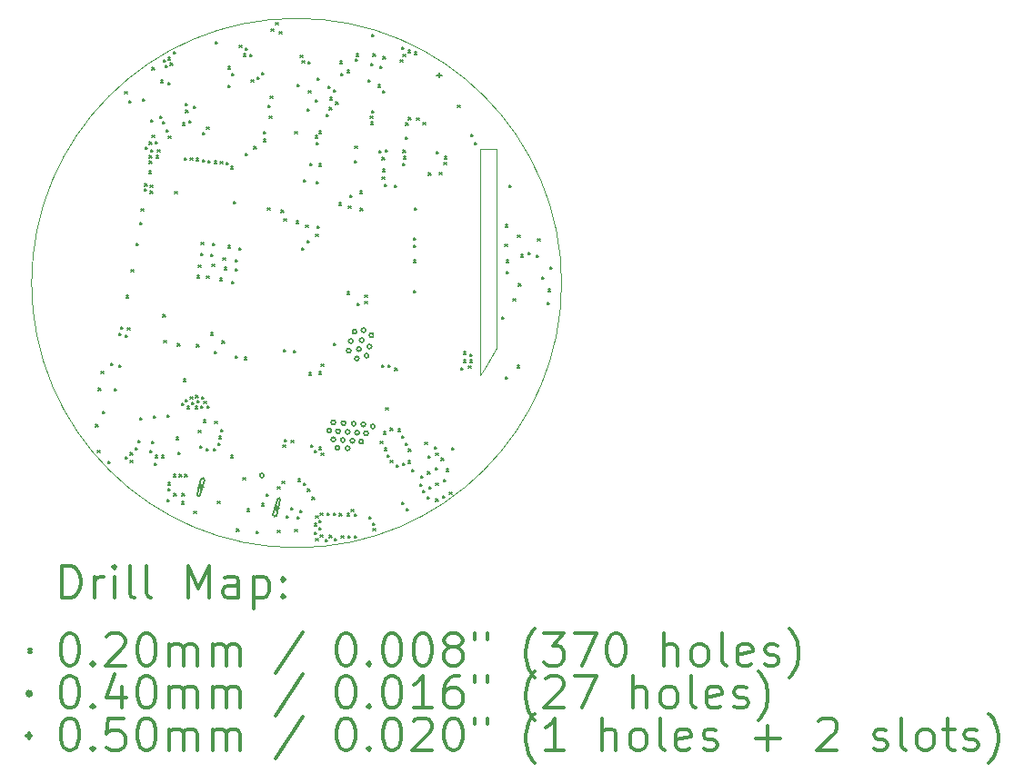
<source format=gbr>
%FSLAX45Y45*%
G04 Gerber Fmt 4.5, Leading zero omitted, Abs format (unit mm)*
G04 Created by KiCad (PCBNEW 5.1.7-a382d34a8~88~ubuntu18.04.1) date 2021-05-17 19:46:49*
%MOMM*%
%LPD*%
G01*
G04 APERTURE LIST*
%TA.AperFunction,Profile*%
%ADD10C,0.050000*%
%TD*%
%ADD11C,0.200000*%
%ADD12C,0.300000*%
G04 APERTURE END LIST*
D10*
X14630400Y-10394950D02*
X14674850Y-10318750D01*
X14630400Y-8293100D02*
X14630400Y-10394950D01*
X14776450Y-8293100D02*
X14630400Y-8293100D01*
X14776450Y-10140950D02*
X14776450Y-8293100D01*
X14674850Y-10318750D02*
X14776450Y-10140950D01*
X15384335Y-9539986D02*
G75*
G03*
X15384335Y-9539986I-2466911J0D01*
G01*
D11*
X11049160Y-10858660D02*
X11069160Y-10878660D01*
X11069160Y-10858660D02*
X11049160Y-10878660D01*
X11064400Y-11099960D02*
X11084400Y-11119960D01*
X11084400Y-11099960D02*
X11064400Y-11119960D01*
X11072020Y-10519570D02*
X11092020Y-10539570D01*
X11092020Y-10519570D02*
X11072020Y-10539570D01*
X11099960Y-10362090D02*
X11119960Y-10382090D01*
X11119960Y-10362090D02*
X11099960Y-10382090D01*
X11110120Y-10736740D02*
X11130120Y-10756740D01*
X11130120Y-10736740D02*
X11110120Y-10756740D01*
X11160920Y-11201560D02*
X11180920Y-11221560D01*
X11180920Y-11201560D02*
X11160920Y-11221560D01*
X11185050Y-10289700D02*
X11205050Y-10309700D01*
X11205050Y-10289700D02*
X11185050Y-10309700D01*
X11221880Y-10525920D02*
X11241880Y-10545920D01*
X11241880Y-10525920D02*
X11221880Y-10545920D01*
X11261250Y-10010300D02*
X11281250Y-10030300D01*
X11281250Y-10010300D02*
X11261250Y-10030300D01*
X11261250Y-10302400D02*
X11281250Y-10322400D01*
X11281250Y-10302400D02*
X11261250Y-10322400D01*
X11280300Y-9946800D02*
X11300300Y-9966800D01*
X11300300Y-9946800D02*
X11280300Y-9966800D01*
X11318400Y-7753510D02*
X11338400Y-7773510D01*
X11338400Y-7753510D02*
X11318400Y-7773510D01*
X11324750Y-10023000D02*
X11344750Y-10043000D01*
X11344750Y-10023000D02*
X11324750Y-10043000D01*
X11324750Y-11159650D02*
X11344750Y-11179650D01*
X11344750Y-11159650D02*
X11324750Y-11179650D01*
X11329830Y-9657240D02*
X11349830Y-9677240D01*
X11349830Y-9657240D02*
X11329830Y-9677240D01*
X11343800Y-9959500D02*
X11363800Y-9979500D01*
X11363800Y-9959500D02*
X11343800Y-9979500D01*
X11356500Y-7838600D02*
X11376500Y-7858600D01*
X11376500Y-7838600D02*
X11356500Y-7858600D01*
X11369200Y-11121550D02*
X11389200Y-11141550D01*
X11389200Y-11121550D02*
X11369200Y-11141550D01*
X11369200Y-11191400D02*
X11389200Y-11211400D01*
X11389200Y-11191400D02*
X11369200Y-11211400D01*
X11376820Y-9417210D02*
X11396820Y-9437210D01*
X11396820Y-9417210D02*
X11376820Y-9437210D01*
X11413650Y-11077100D02*
X11433650Y-11097100D01*
X11433650Y-11077100D02*
X11413650Y-11097100D01*
X11425080Y-9168290D02*
X11445080Y-9188290D01*
X11445080Y-9168290D02*
X11425080Y-9188290D01*
X11439050Y-11007250D02*
X11459050Y-11027250D01*
X11459050Y-11007250D02*
X11439050Y-11027250D01*
X11458100Y-10797700D02*
X11478100Y-10817700D01*
X11478100Y-10797700D02*
X11458100Y-10817700D01*
X11459370Y-8973980D02*
X11479370Y-8993980D01*
X11479370Y-8973980D02*
X11459370Y-8993980D01*
X11470800Y-8849520D02*
X11490800Y-8869520D01*
X11490800Y-8849520D02*
X11470800Y-8869520D01*
X11483500Y-7822090D02*
X11503500Y-7842090D01*
X11503500Y-7822090D02*
X11483500Y-7842090D01*
X11498740Y-8664100D02*
X11518740Y-8684100D01*
X11518740Y-8664100D02*
X11498740Y-8684100D01*
X11503820Y-8615840D02*
X11523820Y-8635840D01*
X11523820Y-8615840D02*
X11503820Y-8635840D01*
X11508900Y-8270400D02*
X11528900Y-8290400D01*
X11528900Y-8270400D02*
X11508900Y-8290400D01*
X11543190Y-8495190D02*
X11563190Y-8515190D01*
X11563190Y-8495190D02*
X11543190Y-8515190D01*
X11547000Y-8225950D02*
X11567000Y-8245950D01*
X11567000Y-8225950D02*
X11547000Y-8245950D01*
X11547000Y-8351680D02*
X11567000Y-8371680D01*
X11567000Y-8351680D02*
X11547000Y-8371680D01*
X11547000Y-8403750D02*
X11567000Y-8423750D01*
X11567000Y-8403750D02*
X11547000Y-8423750D01*
X11553350Y-11102500D02*
X11573350Y-11122500D01*
X11573350Y-11102500D02*
X11553350Y-11122500D01*
X11554620Y-8681880D02*
X11574620Y-8701880D01*
X11574620Y-8681880D02*
X11554620Y-8701880D01*
X11557160Y-8628540D02*
X11577160Y-8648540D01*
X11577160Y-8628540D02*
X11557160Y-8648540D01*
X11559700Y-8016400D02*
X11579700Y-8036400D01*
X11579700Y-8016400D02*
X11559700Y-8036400D01*
X11562240Y-8298340D02*
X11582240Y-8318340D01*
X11582240Y-8298340D02*
X11562240Y-8318340D01*
X11566050Y-11013600D02*
X11586050Y-11033600D01*
X11586050Y-11013600D02*
X11566050Y-11033600D01*
X11572400Y-7529990D02*
X11592400Y-7549990D01*
X11592400Y-7529990D02*
X11572400Y-7549990D01*
X11572400Y-8162450D02*
X11592400Y-8182450D01*
X11592400Y-8162450D02*
X11572400Y-8182450D01*
X11584277Y-10777827D02*
X11604277Y-10797827D01*
X11604277Y-10777827D02*
X11584277Y-10797827D01*
X11591450Y-11216800D02*
X11611450Y-11236800D01*
X11611450Y-11216800D02*
X11591450Y-11236800D01*
X11604150Y-8219600D02*
X11624150Y-8239600D01*
X11624150Y-8219600D02*
X11604150Y-8239600D01*
X11604150Y-11146950D02*
X11624150Y-11166950D01*
X11624150Y-11146950D02*
X11604150Y-11166950D01*
X11613040Y-8351680D02*
X11633040Y-8371680D01*
X11633040Y-8351680D02*
X11613040Y-8371680D01*
X11623200Y-8295800D02*
X11643200Y-8315800D01*
X11643200Y-8295800D02*
X11623200Y-8315800D01*
X11643520Y-7985920D02*
X11663520Y-8005920D01*
X11663520Y-7985920D02*
X11643520Y-8005920D01*
X11653680Y-7650640D02*
X11673680Y-7670640D01*
X11673680Y-7650640D02*
X11653680Y-7670640D01*
X11661300Y-11146950D02*
X11681300Y-11166950D01*
X11681300Y-11146950D02*
X11661300Y-11166950D01*
X11668920Y-8036720D02*
X11688920Y-8056720D01*
X11688920Y-8036720D02*
X11668920Y-8056720D01*
X11674000Y-9835040D02*
X11694000Y-9855040D01*
X11694000Y-9835040D02*
X11674000Y-9855040D01*
X11676512Y-7461624D02*
X11696512Y-7481624D01*
X11696512Y-7461624D02*
X11676512Y-7481624D01*
X11681620Y-10075070D02*
X11701620Y-10095070D01*
X11701620Y-10075070D02*
X11681620Y-10095070D01*
X11696122Y-7510903D02*
X11716122Y-7530903D01*
X11716122Y-7510903D02*
X11696122Y-7530903D01*
X11705750Y-8111650D02*
X11725750Y-8131650D01*
X11725750Y-8111650D02*
X11705750Y-8131650D01*
X11712100Y-11559700D02*
X11732100Y-11579700D01*
X11732100Y-11559700D02*
X11712100Y-11579700D01*
X11713370Y-10768490D02*
X11733370Y-10788490D01*
X11733370Y-10768490D02*
X11713370Y-10788490D01*
X11718450Y-11400950D02*
X11738450Y-11420950D01*
X11738450Y-11400950D02*
X11718450Y-11420950D01*
X11718450Y-11458100D02*
X11738450Y-11478100D01*
X11738450Y-11458100D02*
X11718450Y-11478100D01*
X11719720Y-7670960D02*
X11739720Y-7690960D01*
X11739720Y-7670960D02*
X11719720Y-7690960D01*
X11722818Y-7437175D02*
X11742818Y-7457175D01*
X11742818Y-7437175D02*
X11722818Y-7457175D01*
X11724800Y-8168800D02*
X11744800Y-8188800D01*
X11744800Y-8168800D02*
X11724800Y-8188800D01*
X11742648Y-7488984D02*
X11762648Y-7508984D01*
X11762648Y-7488984D02*
X11742648Y-7508984D01*
X11769218Y-7384672D02*
X11789218Y-7404672D01*
X11789218Y-7384672D02*
X11769218Y-7404672D01*
X11769250Y-11324750D02*
X11789250Y-11344750D01*
X11789250Y-11324750D02*
X11769250Y-11344750D01*
X11775600Y-11502550D02*
X11795600Y-11522550D01*
X11795600Y-11502550D02*
X11775600Y-11522550D01*
X11785760Y-8686960D02*
X11805760Y-8706960D01*
X11805760Y-8686960D02*
X11785760Y-8706960D01*
X11795920Y-10978040D02*
X11815920Y-10998040D01*
X11815920Y-10978040D02*
X11795920Y-10998040D01*
X11808620Y-10104280D02*
X11828620Y-10124280D01*
X11828620Y-10104280D02*
X11808620Y-10124280D01*
X11813700Y-11115200D02*
X11833700Y-11135200D01*
X11833700Y-11115200D02*
X11813700Y-11135200D01*
X11826400Y-11324750D02*
X11846400Y-11344750D01*
X11846400Y-11324750D02*
X11826400Y-11344750D01*
X11845450Y-10658000D02*
X11865450Y-10678000D01*
X11865450Y-10658000D02*
X11845450Y-10678000D01*
X11845450Y-11578750D02*
X11865450Y-11598750D01*
X11865450Y-11578750D02*
X11845450Y-11598750D01*
X11851800Y-11502550D02*
X11871800Y-11522550D01*
X11871800Y-11502550D02*
X11851800Y-11522550D01*
X11858150Y-8048150D02*
X11878150Y-8068150D01*
X11878150Y-8048150D02*
X11858150Y-8068150D01*
X11867040Y-10434480D02*
X11887040Y-10454480D01*
X11887040Y-10434480D02*
X11867040Y-10454480D01*
X11870850Y-8372000D02*
X11890850Y-8392000D01*
X11890850Y-8372000D02*
X11870850Y-8392000D01*
X11877200Y-11324750D02*
X11897200Y-11344750D01*
X11897200Y-11324750D02*
X11877200Y-11344750D01*
X11882793Y-7866828D02*
X11902793Y-7886828D01*
X11902793Y-7866828D02*
X11882793Y-7886828D01*
X11883550Y-10626250D02*
X11903550Y-10646250D01*
X11903550Y-10626250D02*
X11883550Y-10646250D01*
X11885797Y-7930307D02*
X11905797Y-7950307D01*
X11905797Y-7930307D02*
X11885797Y-7950307D01*
X11896250Y-10689750D02*
X11916250Y-10709750D01*
X11916250Y-10689750D02*
X11896250Y-10709750D01*
X11915300Y-8029100D02*
X11935300Y-8049100D01*
X11935300Y-8029100D02*
X11915300Y-8049100D01*
X11928000Y-8372000D02*
X11948000Y-8392000D01*
X11948000Y-8372000D02*
X11928000Y-8392000D01*
X11928000Y-10600850D02*
X11948000Y-10620850D01*
X11948000Y-10600850D02*
X11928000Y-10620850D01*
X11940700Y-10651650D02*
X11960700Y-10671650D01*
X11960700Y-10651650D02*
X11940700Y-10671650D01*
X11956077Y-7888463D02*
X11976077Y-7908463D01*
X11976077Y-7888463D02*
X11956077Y-7908463D01*
X11963560Y-11668920D02*
X11983560Y-11688920D01*
X11983560Y-11668920D02*
X11963560Y-11688920D01*
X11972450Y-10689750D02*
X11992450Y-10709750D01*
X11992450Y-10689750D02*
X11972450Y-10709750D01*
X11978800Y-10588150D02*
X11998800Y-10608150D01*
X11998800Y-10588150D02*
X11978800Y-10608150D01*
X11985150Y-8378350D02*
X12005150Y-8398350D01*
X12005150Y-8378350D02*
X11985150Y-8398350D01*
X11986420Y-10114440D02*
X12006420Y-10134440D01*
X12006420Y-10114440D02*
X11986420Y-10134440D01*
X11991500Y-9470550D02*
X12011500Y-9490550D01*
X12011500Y-9470550D02*
X11991500Y-9490550D01*
X11991500Y-10632600D02*
X12011500Y-10652600D01*
X12011500Y-10632600D02*
X11991500Y-10652600D01*
X12004200Y-9375300D02*
X12024200Y-9395300D01*
X12024200Y-9375300D02*
X12004200Y-9395300D01*
X12004200Y-10912000D02*
X12024200Y-10932000D01*
X12024200Y-10912000D02*
X12004200Y-10932000D01*
X12019440Y-11059320D02*
X12039440Y-11079320D01*
X12039440Y-11059320D02*
X12019440Y-11079320D01*
X12023250Y-9261000D02*
X12043250Y-9281000D01*
X12043250Y-9261000D02*
X12023250Y-9281000D01*
X12023250Y-10683400D02*
X12043250Y-10703400D01*
X12043250Y-10683400D02*
X12023250Y-10703400D01*
X12029600Y-9159400D02*
X12049600Y-9179400D01*
X12049600Y-9159400D02*
X12029600Y-9179400D01*
X12035950Y-10600850D02*
X12055950Y-10620850D01*
X12055950Y-10600850D02*
X12035950Y-10620850D01*
X12042300Y-8137050D02*
X12062300Y-8157050D01*
X12062300Y-8137050D02*
X12042300Y-8157050D01*
X12042300Y-8391050D02*
X12062300Y-8411050D01*
X12062300Y-8391050D02*
X12042300Y-8411050D01*
X12049920Y-10815480D02*
X12069920Y-10835480D01*
X12069920Y-10815480D02*
X12049920Y-10835480D01*
X12055000Y-10645300D02*
X12075000Y-10665300D01*
X12075000Y-10645300D02*
X12055000Y-10665300D01*
X12075320Y-11084720D02*
X12095320Y-11104720D01*
X12095320Y-11084720D02*
X12075320Y-11104720D01*
X12080400Y-8086250D02*
X12100400Y-8106250D01*
X12100400Y-8086250D02*
X12080400Y-8106250D01*
X12080400Y-9476900D02*
X12100400Y-9496900D01*
X12100400Y-9476900D02*
X12080400Y-9496900D01*
X12086750Y-10683400D02*
X12106750Y-10703400D01*
X12106750Y-10683400D02*
X12086750Y-10703400D01*
X12093100Y-8397400D02*
X12113100Y-8417400D01*
X12113100Y-8397400D02*
X12093100Y-8417400D01*
X12118500Y-9273700D02*
X12138500Y-9293700D01*
X12138500Y-9273700D02*
X12118500Y-9293700D01*
X12120524Y-10003196D02*
X12140524Y-10023196D01*
X12140524Y-10003196D02*
X12120524Y-10023196D01*
X12131200Y-9362600D02*
X12151200Y-9382600D01*
X12151200Y-9362600D02*
X12131200Y-9382600D01*
X12137550Y-9172100D02*
X12157550Y-9192100D01*
X12157550Y-9172100D02*
X12137550Y-9192100D01*
X12146440Y-11084720D02*
X12166440Y-11104720D01*
X12166440Y-11084720D02*
X12146440Y-11104720D01*
X12150250Y-8403750D02*
X12170250Y-8423750D01*
X12170250Y-8403750D02*
X12150250Y-8423750D01*
X12152790Y-10177940D02*
X12172790Y-10197940D01*
X12172790Y-10177940D02*
X12152790Y-10197940D01*
X12156600Y-10830720D02*
X12176600Y-10850720D01*
X12176600Y-10830720D02*
X12156600Y-10850720D01*
X12158637Y-7289409D02*
X12178637Y-7309409D01*
X12178637Y-7289409D02*
X12158637Y-7309409D01*
X12182000Y-11573670D02*
X12202000Y-11593670D01*
X12202000Y-11573670D02*
X12182000Y-11593670D01*
X12187080Y-11033920D02*
X12207080Y-11053920D01*
X12207080Y-11033920D02*
X12187080Y-11053920D01*
X12197240Y-10967880D02*
X12217240Y-10987880D01*
X12217240Y-10967880D02*
X12197240Y-10987880D01*
X12201050Y-9495950D02*
X12221050Y-9515950D01*
X12221050Y-9495950D02*
X12201050Y-9515950D01*
X12207400Y-8410100D02*
X12227400Y-8430100D01*
X12227400Y-8410100D02*
X12207400Y-8430100D01*
X12212480Y-10906920D02*
X12232480Y-10926920D01*
X12232480Y-10906920D02*
X12212480Y-10926920D01*
X12225771Y-10080829D02*
X12245771Y-10100829D01*
X12245771Y-10080829D02*
X12225771Y-10100829D01*
X12232800Y-9305450D02*
X12252800Y-9325450D01*
X12252800Y-9305450D02*
X12232800Y-9325450D01*
X12245500Y-9394350D02*
X12265500Y-9414350D01*
X12265500Y-9394350D02*
X12245500Y-9414350D01*
X12264550Y-8416450D02*
X12284550Y-8436450D01*
X12284550Y-8416450D02*
X12264550Y-8436450D01*
X12277250Y-9191150D02*
X12297250Y-9211150D01*
X12297250Y-9191150D02*
X12277250Y-9211150D01*
X12278520Y-7695090D02*
X12298520Y-7715090D01*
X12298520Y-7695090D02*
X12278520Y-7715090D01*
X12281103Y-7523466D02*
X12301103Y-7543466D01*
X12301103Y-7523466D02*
X12281103Y-7543466D01*
X12302650Y-8454550D02*
X12322650Y-8474550D01*
X12322650Y-8454550D02*
X12302650Y-8474550D01*
X12302650Y-11146950D02*
X12322650Y-11166950D01*
X12322650Y-11146950D02*
X12302650Y-11166950D01*
X12312162Y-7587041D02*
X12332162Y-7607041D01*
X12332162Y-7587041D02*
X12312162Y-7607041D01*
X12315350Y-9527700D02*
X12335350Y-9547700D01*
X12335350Y-9527700D02*
X12315350Y-9547700D01*
X12329320Y-8778400D02*
X12349320Y-8798400D01*
X12349320Y-8778400D02*
X12329320Y-8798400D01*
X12347100Y-9324500D02*
X12367100Y-9344500D01*
X12367100Y-9324500D02*
X12347100Y-9344500D01*
X12347100Y-9407050D02*
X12367100Y-9427050D01*
X12367100Y-9407050D02*
X12347100Y-9427050D01*
X12349640Y-10219850D02*
X12369640Y-10239850D01*
X12369640Y-10219850D02*
X12349640Y-10239850D01*
X12361070Y-11831480D02*
X12381070Y-11851480D01*
X12381070Y-11831480D02*
X12361070Y-11851480D01*
X12378850Y-9210200D02*
X12398850Y-9230200D01*
X12398850Y-9210200D02*
X12378850Y-9230200D01*
X12385956Y-7323065D02*
X12405956Y-7343065D01*
X12405956Y-7323065D02*
X12385956Y-7343065D01*
X12418220Y-11356500D02*
X12438220Y-11376500D01*
X12438220Y-11356500D02*
X12418220Y-11376500D01*
X12423625Y-7403909D02*
X12443625Y-7423909D01*
X12443625Y-7403909D02*
X12423625Y-7423909D01*
X12433460Y-10231280D02*
X12453460Y-10251280D01*
X12453460Y-10231280D02*
X12433460Y-10251280D01*
X12438623Y-8328903D02*
X12458623Y-8348903D01*
X12458623Y-8328903D02*
X12438623Y-8348903D01*
X12439219Y-7349001D02*
X12459219Y-7369001D01*
X12459219Y-7349001D02*
X12439219Y-7369001D01*
X12458860Y-11644790D02*
X12478860Y-11664790D01*
X12478860Y-11644790D02*
X12458860Y-11664790D01*
X12480178Y-7409160D02*
X12500178Y-7429160D01*
X12500178Y-7409160D02*
X12480178Y-7429160D01*
X12495705Y-7644924D02*
X12515705Y-7664924D01*
X12515705Y-7644924D02*
X12495705Y-7664924D01*
X12521383Y-8269423D02*
X12541383Y-8289423D01*
X12541383Y-8269423D02*
X12521383Y-8289423D01*
X12543950Y-11851800D02*
X12563950Y-11871800D01*
X12563950Y-11851800D02*
X12543950Y-11871800D01*
X12549601Y-7619811D02*
X12569601Y-7639811D01*
X12569601Y-7619811D02*
X12549601Y-7639811D01*
X12592048Y-7580402D02*
X12612048Y-7600402D01*
X12612048Y-7580402D02*
X12592048Y-7600402D01*
X12593480Y-11595260D02*
X12613480Y-11615260D01*
X12613480Y-11595260D02*
X12593480Y-11615260D01*
X12607450Y-8130700D02*
X12627450Y-8150700D01*
X12627450Y-8130700D02*
X12607450Y-8150700D01*
X12607450Y-8200550D02*
X12627450Y-8220550D01*
X12627450Y-8200550D02*
X12607450Y-8220550D01*
X12636660Y-11505090D02*
X12656660Y-11525090D01*
X12656660Y-11505090D02*
X12636660Y-11525090D01*
X12649360Y-8839360D02*
X12669360Y-8859360D01*
X12669360Y-8839360D02*
X12649360Y-8859360D01*
X12654440Y-7884320D02*
X12674440Y-7904320D01*
X12674440Y-7884320D02*
X12654440Y-7904320D01*
X12664600Y-7985920D02*
X12684600Y-8005920D01*
X12684600Y-7985920D02*
X12664600Y-8005920D01*
X12674760Y-7797960D02*
X12694760Y-7817960D01*
X12694760Y-7797960D02*
X12674760Y-7817960D01*
X12682380Y-7173120D02*
X12702380Y-7193120D01*
X12702380Y-7173120D02*
X12682380Y-7193120D01*
X12725560Y-7110890D02*
X12745560Y-7130890D01*
X12745560Y-7110890D02*
X12725560Y-7130890D01*
X12740800Y-11439050D02*
X12760800Y-11459050D01*
X12760800Y-11439050D02*
X12740800Y-11459050D01*
X12740800Y-11844180D02*
X12760800Y-11864180D01*
X12760800Y-11844180D02*
X12740800Y-11864180D01*
X12758580Y-7197250D02*
X12778580Y-7217250D01*
X12778580Y-7197250D02*
X12758580Y-7217250D01*
X12776360Y-8859680D02*
X12796360Y-8879680D01*
X12796360Y-8859680D02*
X12776360Y-8879680D01*
X12782710Y-11388250D02*
X12802710Y-11408250D01*
X12802710Y-11388250D02*
X12782710Y-11408250D01*
X12791600Y-11049160D02*
X12811600Y-11069160D01*
X12811600Y-11049160D02*
X12791600Y-11069160D01*
X12796680Y-10162700D02*
X12816680Y-10182700D01*
X12816680Y-10162700D02*
X12796680Y-10182700D01*
X12801760Y-8940960D02*
X12821760Y-8960960D01*
X12821760Y-8940960D02*
X12801760Y-8960960D01*
X12806840Y-10998360D02*
X12826840Y-11018360D01*
X12826840Y-10998360D02*
X12806840Y-11018360D01*
X12819540Y-11710830D02*
X12839540Y-11730830D01*
X12839540Y-11710830D02*
X12819540Y-11730830D01*
X12861450Y-11632090D02*
X12881450Y-11652090D01*
X12881450Y-11632090D02*
X12861450Y-11652090D01*
X12867800Y-11008520D02*
X12887800Y-11028520D01*
X12887800Y-11008520D02*
X12867800Y-11028520D01*
X12890660Y-10170320D02*
X12910660Y-10190320D01*
X12910660Y-10170320D02*
X12890660Y-10190320D01*
X12903360Y-8128160D02*
X12923360Y-8148160D01*
X12923360Y-8128160D02*
X12903360Y-8148160D01*
X12903360Y-11839100D02*
X12923360Y-11859100D01*
X12923360Y-11839100D02*
X12903360Y-11859100D01*
X12913520Y-8961280D02*
X12933520Y-8981280D01*
X12933520Y-8961280D02*
X12913520Y-8981280D01*
X12923680Y-7686200D02*
X12943680Y-7706200D01*
X12943680Y-7686200D02*
X12923680Y-7706200D01*
X12924950Y-11719720D02*
X12944950Y-11739720D01*
X12944950Y-11719720D02*
X12924950Y-11739720D01*
X12933840Y-11367930D02*
X12953840Y-11387930D01*
X12953840Y-11367930D02*
X12933840Y-11387930D01*
X12947810Y-11658760D02*
X12967810Y-11678760D01*
X12967810Y-11658760D02*
X12947810Y-11678760D01*
X12951620Y-7415690D02*
X12971620Y-7435690D01*
X12971620Y-7415690D02*
X12951620Y-7435690D01*
X12964320Y-9210200D02*
X12984320Y-9230200D01*
X12984320Y-9210200D02*
X12964320Y-9230200D01*
X12968130Y-7466490D02*
X12988130Y-7486490D01*
X12988130Y-7466490D02*
X12968130Y-7486490D01*
X12980830Y-11407300D02*
X13000830Y-11427300D01*
X13000830Y-11407300D02*
X12980830Y-11427300D01*
X12984640Y-8575200D02*
X13004640Y-8595200D01*
X13004640Y-8575200D02*
X12984640Y-8595200D01*
X13004960Y-9001920D02*
X13024960Y-9021920D01*
X13024960Y-9001920D02*
X13004960Y-9021920D01*
X13015120Y-7914800D02*
X13035120Y-7934800D01*
X13035120Y-7914800D02*
X13015120Y-7934800D01*
X13017660Y-9141620D02*
X13037660Y-9161620D01*
X13037660Y-9141620D02*
X13017660Y-9161620D01*
X13018930Y-11459370D02*
X13038930Y-11479370D01*
X13038930Y-11459370D02*
X13018930Y-11479370D01*
X13024010Y-7477920D02*
X13044010Y-7497920D01*
X13044010Y-7477920D02*
X13024010Y-7497920D01*
X13030360Y-7747160D02*
X13050360Y-7767160D01*
X13050360Y-7747160D02*
X13030360Y-7767160D01*
X13032270Y-10375323D02*
X13052270Y-10395323D01*
X13052270Y-10375323D02*
X13032270Y-10395323D01*
X13040520Y-8422800D02*
X13060520Y-8442800D01*
X13060520Y-8422800D02*
X13040520Y-8442800D01*
X13051950Y-11051700D02*
X13071950Y-11071700D01*
X13071950Y-11051700D02*
X13051950Y-11071700D01*
X13063380Y-11535570D02*
X13083380Y-11555570D01*
X13083380Y-11535570D02*
X13063380Y-11555570D01*
X13082430Y-11781950D02*
X13102430Y-11801950D01*
X13102430Y-11781950D02*
X13082430Y-11801950D01*
X13083700Y-11102500D02*
X13103700Y-11122500D01*
X13103700Y-11102500D02*
X13083700Y-11122500D01*
X13084723Y-11860068D02*
X13104723Y-11880068D01*
X13104723Y-11860068D02*
X13084723Y-11880068D01*
X13091320Y-7833520D02*
X13111320Y-7853520D01*
X13111320Y-7833520D02*
X13091320Y-7853520D01*
X13091320Y-8166260D02*
X13111320Y-8186260D01*
X13111320Y-8166260D02*
X13091320Y-8186260D01*
X13096400Y-9083200D02*
X13116400Y-9103200D01*
X13116400Y-9083200D02*
X13096400Y-9103200D01*
X13097670Y-11709560D02*
X13117670Y-11729560D01*
X13117670Y-11709560D02*
X13097670Y-11729560D01*
X13098048Y-11922362D02*
X13118048Y-11942362D01*
X13118048Y-11922362D02*
X13098048Y-11942362D01*
X13101480Y-8229760D02*
X13121480Y-8249760D01*
X13121480Y-8229760D02*
X13101480Y-8249760D01*
X13101480Y-8595520D02*
X13121480Y-8615520D01*
X13121480Y-8595520D02*
X13101480Y-8615520D01*
X13106831Y-7629259D02*
X13126831Y-7649259D01*
X13126831Y-7629259D02*
X13106831Y-7649259D01*
X13111640Y-9007000D02*
X13131640Y-9027000D01*
X13131640Y-9007000D02*
X13111640Y-9027000D01*
X13124340Y-11820050D02*
X13144340Y-11840050D01*
X13144340Y-11820050D02*
X13124340Y-11840050D01*
X13126880Y-8123080D02*
X13146880Y-8143080D01*
X13146880Y-8123080D02*
X13126880Y-8143080D01*
X13126880Y-8427880D02*
X13146880Y-8447880D01*
X13146880Y-8427880D02*
X13126880Y-8447880D01*
X13126880Y-10368440D02*
X13146880Y-10388440D01*
X13146880Y-10368440D02*
X13126880Y-10388440D01*
X13126880Y-11751470D02*
X13146880Y-11771470D01*
X13146880Y-11751470D02*
X13126880Y-11771470D01*
X13128150Y-11070750D02*
X13148150Y-11090750D01*
X13148150Y-11070750D02*
X13128150Y-11090750D01*
X13138223Y-11682657D02*
X13158223Y-11702657D01*
X13158223Y-11682657D02*
X13138223Y-11702657D01*
X13139730Y-11888693D02*
X13159730Y-11908693D01*
X13159730Y-11888693D02*
X13139730Y-11908693D01*
X13147200Y-10297320D02*
X13167200Y-10317320D01*
X13167200Y-10297320D02*
X13147200Y-10317320D01*
X13147200Y-11127900D02*
X13167200Y-11147900D01*
X13167200Y-11127900D02*
X13147200Y-11147900D01*
X13186155Y-11929977D02*
X13206155Y-11949977D01*
X13206155Y-11929977D02*
X13186155Y-11949977D01*
X13192920Y-7965600D02*
X13212920Y-7985600D01*
X13212920Y-7965600D02*
X13192920Y-7985600D01*
X13205025Y-11684110D02*
X13225025Y-11704110D01*
X13225025Y-11684110D02*
X13205025Y-11704110D01*
X13210700Y-7703980D02*
X13230700Y-7723980D01*
X13230700Y-7703980D02*
X13210700Y-7723980D01*
X13223400Y-7904640D02*
X13243400Y-7924640D01*
X13243400Y-7904640D02*
X13223400Y-7924640D01*
X13224656Y-11891603D02*
X13244656Y-11911603D01*
X13244656Y-11891603D02*
X13224656Y-11911603D01*
X13225940Y-7810660D02*
X13245940Y-7830660D01*
X13245940Y-7810660D02*
X13225940Y-7830660D01*
X13261090Y-11681853D02*
X13281090Y-11701853D01*
X13281090Y-11681853D02*
X13261090Y-11701853D01*
X13261500Y-7737000D02*
X13281500Y-7757000D01*
X13281500Y-7737000D02*
X13261500Y-7757000D01*
X13263427Y-10099813D02*
X13283427Y-10119813D01*
X13283427Y-10099813D02*
X13263427Y-10119813D01*
X13272440Y-11923741D02*
X13292440Y-11943741D01*
X13292440Y-11923741D02*
X13272440Y-11943741D01*
X13281820Y-7853840D02*
X13301820Y-7873840D01*
X13301820Y-7853840D02*
X13281820Y-7873840D01*
X13314840Y-8793640D02*
X13334840Y-8813640D01*
X13334840Y-8793640D02*
X13314840Y-8813640D01*
X13318149Y-11687150D02*
X13338149Y-11707150D01*
X13338149Y-11687150D02*
X13318149Y-11707150D01*
X13322195Y-7472575D02*
X13342195Y-7492575D01*
X13342195Y-7472575D02*
X13322195Y-7492575D01*
X13330080Y-7587140D02*
X13350080Y-7607140D01*
X13350080Y-7587140D02*
X13330080Y-7607140D01*
X13332744Y-11895306D02*
X13352744Y-11915306D01*
X13352744Y-11895306D02*
X13332744Y-11915306D01*
X13387469Y-11688272D02*
X13407469Y-11708272D01*
X13407469Y-11688272D02*
X13387469Y-11708272D01*
X13388500Y-9622950D02*
X13408500Y-9642950D01*
X13408500Y-9622950D02*
X13388500Y-9642950D01*
X13391040Y-7556660D02*
X13411040Y-7576660D01*
X13411040Y-7556660D02*
X13391040Y-7576660D01*
X13397027Y-11897091D02*
X13417027Y-11917091D01*
X13417027Y-11897091D02*
X13397027Y-11917091D01*
X13401200Y-8824120D02*
X13421200Y-8844120D01*
X13421200Y-8824120D02*
X13401200Y-8844120D01*
X13413900Y-8721250D02*
X13433900Y-8741250D01*
X13433900Y-8721250D02*
X13413900Y-8741250D01*
X13425969Y-11649898D02*
X13445969Y-11669898D01*
X13445969Y-11649898D02*
X13425969Y-11669898D01*
X13454540Y-8399940D02*
X13474540Y-8419940D01*
X13474540Y-8399940D02*
X13454540Y-8419940D01*
X13457080Y-11893710D02*
X13477080Y-11913710D01*
X13477080Y-11893710D02*
X13457080Y-11913710D01*
X13457451Y-11694430D02*
X13477451Y-11714430D01*
X13477451Y-11694430D02*
X13457451Y-11714430D01*
X13462160Y-8265320D02*
X13482160Y-8285320D01*
X13482160Y-8265320D02*
X13462160Y-8285320D01*
X13463420Y-7450179D02*
X13483420Y-7470179D01*
X13483420Y-7450179D02*
X13463420Y-7470179D01*
X13472087Y-7403526D02*
X13492087Y-7423526D01*
X13492087Y-7403526D02*
X13472087Y-7423526D01*
X13483750Y-9730900D02*
X13503750Y-9750900D01*
X13503750Y-9730900D02*
X13483750Y-9750900D01*
X13509150Y-8683150D02*
X13529150Y-8703150D01*
X13529150Y-8683150D02*
X13509150Y-8703150D01*
X13512960Y-8844440D02*
X13532960Y-8864440D01*
X13532960Y-8844440D02*
X13512960Y-8864440D01*
X13553600Y-9654700D02*
X13573600Y-9674700D01*
X13573600Y-9654700D02*
X13553600Y-9674700D01*
X13553600Y-9711850D02*
X13573600Y-9731850D01*
X13573600Y-9711850D02*
X13553600Y-9731850D01*
X13584520Y-7643460D02*
X13604520Y-7663460D01*
X13604520Y-7643460D02*
X13584520Y-7663460D01*
X13591700Y-11718450D02*
X13611700Y-11738450D01*
X13611700Y-11718450D02*
X13591700Y-11738450D01*
X13604400Y-7983380D02*
X13624400Y-8003380D01*
X13624400Y-7983380D02*
X13604400Y-8003380D01*
X13606940Y-8039260D02*
X13626940Y-8059260D01*
X13626940Y-8039260D02*
X13606940Y-8059260D01*
X13607459Y-7493670D02*
X13627459Y-7513670D01*
X13627459Y-7493670D02*
X13607459Y-7513670D01*
X13617100Y-7935120D02*
X13637100Y-7955120D01*
X13637100Y-7935120D02*
X13617100Y-7955120D01*
X13619639Y-7224886D02*
X13639639Y-7244886D01*
X13639639Y-7224886D02*
X13619639Y-7244886D01*
X13625990Y-11775600D02*
X13645990Y-11795600D01*
X13645990Y-11775600D02*
X13625990Y-11795600D01*
X13630296Y-7404983D02*
X13650296Y-7424983D01*
X13650296Y-7404983D02*
X13630296Y-7424983D01*
X13631070Y-11827670D02*
X13651070Y-11847670D01*
X13651070Y-11827670D02*
X13631070Y-11847670D01*
X13678060Y-7691280D02*
X13698060Y-7711280D01*
X13698060Y-7691280D02*
X13678060Y-7711280D01*
X13685680Y-8303420D02*
X13705680Y-8323420D01*
X13705680Y-8303420D02*
X13685680Y-8323420D01*
X13696147Y-7516508D02*
X13716147Y-7536508D01*
X13716147Y-7516508D02*
X13696147Y-7536508D01*
X13698380Y-11014870D02*
X13718380Y-11034870D01*
X13718380Y-11014870D02*
X13698380Y-11034870D01*
X13712350Y-10302400D02*
X13732350Y-10322400D01*
X13732350Y-10302400D02*
X13712350Y-10322400D01*
X13713620Y-8369460D02*
X13733620Y-8389460D01*
X13733620Y-8369460D02*
X13713620Y-8389460D01*
X13716160Y-8549800D02*
X13736160Y-8569800D01*
X13736160Y-8549800D02*
X13716160Y-8569800D01*
X13718700Y-7749700D02*
X13738700Y-7769700D01*
X13738700Y-7749700D02*
X13718700Y-7769700D01*
X13721240Y-8478680D02*
X13741240Y-8498680D01*
X13741240Y-8478680D02*
X13721240Y-8498680D01*
X13721736Y-7430129D02*
X13741736Y-7450129D01*
X13741736Y-7430129D02*
X13721736Y-7450129D01*
X13726320Y-10925970D02*
X13746320Y-10945970D01*
X13746320Y-10925970D02*
X13726320Y-10945970D01*
X13735210Y-11079640D02*
X13755210Y-11099640D01*
X13755210Y-11079640D02*
X13735210Y-11099640D01*
X13737750Y-8619650D02*
X13757750Y-8639650D01*
X13757750Y-8619650D02*
X13737750Y-8639650D01*
X13746640Y-8295800D02*
X13766640Y-8315800D01*
X13766640Y-8295800D02*
X13746640Y-8315800D01*
X13748870Y-10701586D02*
X13768870Y-10721586D01*
X13768870Y-10701586D02*
X13748870Y-10721586D01*
X13763150Y-11141870D02*
X13783150Y-11161870D01*
X13783150Y-11141870D02*
X13763150Y-11161870D01*
X13769500Y-10302400D02*
X13789500Y-10322400D01*
X13789500Y-10302400D02*
X13769500Y-10322400D01*
X13789820Y-11192670D02*
X13809820Y-11212670D01*
X13809820Y-11192670D02*
X13789820Y-11212670D01*
X13792360Y-10892950D02*
X13812360Y-10912950D01*
X13812360Y-10892950D02*
X13792360Y-10912950D01*
X13826650Y-8626000D02*
X13846650Y-8646000D01*
X13846650Y-8626000D02*
X13826650Y-8646000D01*
X13833000Y-10334150D02*
X13853000Y-10354150D01*
X13853000Y-10334150D02*
X13833000Y-10354150D01*
X13844430Y-11233310D02*
X13864430Y-11253310D01*
X13864430Y-11233310D02*
X13844430Y-11253310D01*
X13864750Y-10901840D02*
X13884750Y-10921840D01*
X13884750Y-10901840D02*
X13864750Y-10921840D01*
X13885131Y-7461728D02*
X13905131Y-7481728D01*
X13905131Y-7461728D02*
X13885131Y-7481728D01*
X13896500Y-11585100D02*
X13916500Y-11605100D01*
X13916500Y-11585100D02*
X13896500Y-11605100D01*
X13897500Y-7340810D02*
X13917500Y-7360810D01*
X13917500Y-7340810D02*
X13897500Y-7360810D01*
X13897770Y-10966610D02*
X13917770Y-10986610D01*
X13917770Y-10966610D02*
X13897770Y-10986610D01*
X13904120Y-8422800D02*
X13924120Y-8442800D01*
X13924120Y-8422800D02*
X13904120Y-8442800D01*
X13906660Y-11220610D02*
X13926660Y-11240610D01*
X13926660Y-11220610D02*
X13906660Y-11240610D01*
X13908538Y-7408686D02*
X13928538Y-7428686D01*
X13928538Y-7408686D02*
X13908538Y-7428686D01*
X13909187Y-8301719D02*
X13929187Y-8321719D01*
X13929187Y-8301719D02*
X13909187Y-8321719D01*
X13914280Y-8361840D02*
X13934280Y-8381840D01*
X13934280Y-8361840D02*
X13914280Y-8381840D01*
X13927992Y-8181513D02*
X13947992Y-8201513D01*
X13947992Y-8181513D02*
X13927992Y-8201513D01*
X13928250Y-11030110D02*
X13948250Y-11050110D01*
X13948250Y-11030110D02*
X13928250Y-11050110D01*
X13934600Y-8048150D02*
X13954600Y-8068150D01*
X13954600Y-8048150D02*
X13934600Y-8068150D01*
X13940950Y-11642250D02*
X13960950Y-11662250D01*
X13960950Y-11642250D02*
X13940950Y-11662250D01*
X13953515Y-7369055D02*
X13973515Y-7389055D01*
X13973515Y-7369055D02*
X13953515Y-7389055D01*
X13957460Y-11197750D02*
X13977460Y-11217750D01*
X13977460Y-11197750D02*
X13957460Y-11217750D01*
X13960000Y-7996080D02*
X13980000Y-8016080D01*
X13980000Y-7996080D02*
X13960000Y-8016080D01*
X13961270Y-11087260D02*
X13981270Y-11107260D01*
X13981270Y-11087260D02*
X13961270Y-11107260D01*
X13991750Y-11280300D02*
X14011750Y-11300300D01*
X14011750Y-11280300D02*
X13991750Y-11300300D01*
X14005720Y-9118760D02*
X14025720Y-9138760D01*
X14025720Y-9118760D02*
X14005720Y-9138760D01*
X14005720Y-9184800D02*
X14025720Y-9204800D01*
X14025720Y-9184800D02*
X14005720Y-9204800D01*
X14005720Y-9327040D02*
X14025720Y-9347040D01*
X14025720Y-9327040D02*
X14005720Y-9347040D01*
X14005720Y-9611520D02*
X14025720Y-9631520D01*
X14025720Y-9611520D02*
X14005720Y-9631520D01*
X14015880Y-8839360D02*
X14035880Y-8859360D01*
X14035880Y-8839360D02*
X14015880Y-8859360D01*
X14016235Y-7386515D02*
X14036235Y-7406515D01*
X14036235Y-7386515D02*
X14016235Y-7406515D01*
X14036200Y-8001160D02*
X14056200Y-8021160D01*
X14056200Y-8001160D02*
X14036200Y-8021160D01*
X14067950Y-11413650D02*
X14087950Y-11433650D01*
X14087950Y-11413650D02*
X14067950Y-11433650D01*
X14074300Y-11337450D02*
X14094300Y-11357450D01*
X14094300Y-11337450D02*
X14074300Y-11357450D01*
X14093350Y-11470800D02*
X14113350Y-11490800D01*
X14113350Y-11470800D02*
X14093350Y-11490800D01*
X14094620Y-8041800D02*
X14114620Y-8061800D01*
X14114620Y-8041800D02*
X14094620Y-8061800D01*
X14112400Y-11026300D02*
X14132400Y-11046300D01*
X14132400Y-11026300D02*
X14112400Y-11046300D01*
X14131450Y-11534300D02*
X14151450Y-11554300D01*
X14151450Y-11534300D02*
X14131450Y-11554300D01*
X14137800Y-11299350D02*
X14157800Y-11319350D01*
X14157800Y-11299350D02*
X14137800Y-11319350D01*
X14144150Y-11153300D02*
X14164150Y-11173300D01*
X14164150Y-11153300D02*
X14144150Y-11173300D01*
X14147960Y-8514240D02*
X14167960Y-8534240D01*
X14167960Y-8514240D02*
X14147960Y-8534240D01*
X14150500Y-11439050D02*
X14170500Y-11459050D01*
X14170500Y-11439050D02*
X14150500Y-11459050D01*
X14201300Y-11064400D02*
X14221300Y-11084400D01*
X14221300Y-11064400D02*
X14201300Y-11084400D01*
X14207650Y-11261250D02*
X14227650Y-11281250D01*
X14227650Y-11261250D02*
X14207650Y-11281250D01*
X14214000Y-11127900D02*
X14234000Y-11147900D01*
X14234000Y-11127900D02*
X14214000Y-11147900D01*
X14214000Y-11407300D02*
X14234000Y-11427300D01*
X14234000Y-11407300D02*
X14214000Y-11427300D01*
X14214000Y-11553350D02*
X14234000Y-11573350D01*
X14234000Y-11553350D02*
X14214000Y-11573350D01*
X14220350Y-8314850D02*
X14240350Y-8334850D01*
X14240350Y-8314850D02*
X14220350Y-8334850D01*
X14249560Y-8509160D02*
X14269560Y-8529160D01*
X14269560Y-8509160D02*
X14249560Y-8529160D01*
X14264800Y-11172350D02*
X14284800Y-11192350D01*
X14284800Y-11172350D02*
X14264800Y-11192350D01*
X14277500Y-11521600D02*
X14297500Y-11541600D01*
X14297500Y-11521600D02*
X14277500Y-11541600D01*
X14283850Y-11369200D02*
X14303850Y-11389200D01*
X14303850Y-11369200D02*
X14283850Y-11389200D01*
X14290200Y-8417720D02*
X14310200Y-8437720D01*
X14310200Y-8417720D02*
X14290200Y-8437720D01*
X14295280Y-8361840D02*
X14315280Y-8381840D01*
X14315280Y-8361840D02*
X14295280Y-8381840D01*
X14309250Y-11273950D02*
X14329250Y-11293950D01*
X14329250Y-11273950D02*
X14309250Y-11293950D01*
X14341000Y-11489850D02*
X14361000Y-11509850D01*
X14361000Y-11489850D02*
X14341000Y-11509850D01*
X14363860Y-11073290D02*
X14383860Y-11093290D01*
X14383860Y-11073290D02*
X14363860Y-11093290D01*
X14417200Y-7881780D02*
X14437200Y-7901780D01*
X14437200Y-7881780D02*
X14417200Y-7901780D01*
X14448950Y-10327800D02*
X14468950Y-10347800D01*
X14468950Y-10327800D02*
X14448950Y-10347800D01*
X14474350Y-10181750D02*
X14494350Y-10201750D01*
X14494350Y-10181750D02*
X14474350Y-10201750D01*
X14474350Y-10257950D02*
X14494350Y-10277950D01*
X14494350Y-10257950D02*
X14474350Y-10277950D01*
X14518800Y-10315100D02*
X14538800Y-10335100D01*
X14538800Y-10315100D02*
X14518800Y-10335100D01*
X14531500Y-10200800D02*
X14551500Y-10220800D01*
X14551500Y-10200800D02*
X14531500Y-10220800D01*
X14531500Y-10257950D02*
X14551500Y-10277950D01*
X14551500Y-10257950D02*
X14531500Y-10277950D01*
X14541660Y-8156100D02*
X14561660Y-8176100D01*
X14561660Y-8156100D02*
X14541660Y-8176100D01*
X14574680Y-8231030D02*
X14594680Y-8251030D01*
X14594680Y-8231030D02*
X14574680Y-8251030D01*
X14828680Y-9855360D02*
X14848680Y-9875360D01*
X14848680Y-9855360D02*
X14828680Y-9875360D01*
X14859160Y-9179720D02*
X14879160Y-9199720D01*
X14879160Y-9179720D02*
X14859160Y-9199720D01*
X14864240Y-8996840D02*
X14884240Y-9016840D01*
X14884240Y-8996840D02*
X14864240Y-9016840D01*
X14864240Y-10414160D02*
X14884240Y-10434160D01*
X14884240Y-10414160D02*
X14864240Y-10434160D01*
X14869320Y-9327040D02*
X14889320Y-9347040D01*
X14889320Y-9327040D02*
X14869320Y-9347040D01*
X14869320Y-9433720D02*
X14889320Y-9453720D01*
X14889320Y-9433720D02*
X14869320Y-9453720D01*
X14894720Y-8626000D02*
X14914720Y-8646000D01*
X14914720Y-8626000D02*
X14894720Y-8646000D01*
X14935360Y-9687720D02*
X14955360Y-9707720D01*
X14955360Y-9687720D02*
X14935360Y-9707720D01*
X14970920Y-10307480D02*
X14990920Y-10327480D01*
X14990920Y-10307480D02*
X14970920Y-10327480D01*
X14976000Y-9093360D02*
X14996000Y-9113360D01*
X14996000Y-9093360D02*
X14976000Y-9113360D01*
X14986160Y-9545480D02*
X15006160Y-9565480D01*
X15006160Y-9545480D02*
X14986160Y-9565480D01*
X15006480Y-9276240D02*
X15026480Y-9296240D01*
X15026480Y-9276240D02*
X15006480Y-9296240D01*
X15075060Y-9255920D02*
X15095060Y-9275920D01*
X15095060Y-9255920D02*
X15075060Y-9275920D01*
X15151260Y-9281320D02*
X15171260Y-9301320D01*
X15171260Y-9281320D02*
X15151260Y-9301320D01*
X15163960Y-9126380D02*
X15183960Y-9146380D01*
X15183960Y-9126380D02*
X15163960Y-9146380D01*
X15197900Y-9485440D02*
X15217900Y-9505440D01*
X15217900Y-9485440D02*
X15197900Y-9505440D01*
X15249050Y-9718200D02*
X15269050Y-9738200D01*
X15269050Y-9718200D02*
X15249050Y-9738200D01*
X15261750Y-9597550D02*
X15281750Y-9617550D01*
X15281750Y-9597550D02*
X15261750Y-9617550D01*
X15274450Y-9388000D02*
X15294450Y-9408000D01*
X15294450Y-9388000D02*
X15274450Y-9408000D01*
X12613320Y-11333480D02*
G75*
G03*
X12613320Y-11333480I-20000J0D01*
G01*
X13240700Y-10915650D02*
G75*
G03*
X13240700Y-10915650I-20000J0D01*
G01*
X13278800Y-10839450D02*
G75*
G03*
X13278800Y-10839450I-20000J0D01*
G01*
X13278800Y-10998200D02*
G75*
G03*
X13278800Y-10998200I-20000J0D01*
G01*
X13316900Y-11074400D02*
G75*
G03*
X13316900Y-11074400I-20000J0D01*
G01*
X13323250Y-10922000D02*
G75*
G03*
X13323250Y-10922000I-20000J0D01*
G01*
X13367700Y-11004550D02*
G75*
G03*
X13367700Y-11004550I-20000J0D01*
G01*
X13374050Y-10845800D02*
G75*
G03*
X13374050Y-10845800I-20000J0D01*
G01*
X13412150Y-10928350D02*
G75*
G03*
X13412150Y-10928350I-20000J0D01*
G01*
X13412150Y-11080750D02*
G75*
G03*
X13412150Y-11080750I-20000J0D01*
G01*
X13422310Y-10171430D02*
G75*
G03*
X13422310Y-10171430I-20000J0D01*
G01*
X13441360Y-10081260D02*
G75*
G03*
X13441360Y-10081260I-20000J0D01*
G01*
X13456600Y-11010900D02*
G75*
G03*
X13456600Y-11010900I-20000J0D01*
G01*
X13469300Y-10852150D02*
G75*
G03*
X13469300Y-10852150I-20000J0D01*
G01*
X13475650Y-9993630D02*
G75*
G03*
X13475650Y-9993630I-20000J0D01*
G01*
X13498510Y-10243820D02*
G75*
G03*
X13498510Y-10243820I-20000J0D01*
G01*
X13501050Y-10934700D02*
G75*
G03*
X13501050Y-10934700I-20000J0D01*
G01*
X13517560Y-10156190D02*
G75*
G03*
X13517560Y-10156190I-20000J0D01*
G01*
X13539150Y-11017250D02*
G75*
G03*
X13539150Y-11017250I-20000J0D01*
G01*
X13542960Y-10072370D02*
G75*
G03*
X13542960Y-10072370I-20000J0D01*
G01*
X13558200Y-10858500D02*
G75*
G03*
X13558200Y-10858500I-20000J0D01*
G01*
X13560740Y-9979660D02*
G75*
G03*
X13560740Y-9979660I-20000J0D01*
G01*
X13583600Y-10941050D02*
G75*
G03*
X13583600Y-10941050I-20000J0D01*
G01*
X13588680Y-10215880D02*
G75*
G03*
X13588680Y-10215880I-20000J0D01*
G01*
X13615350Y-10132060D02*
G75*
G03*
X13615350Y-10132060I-20000J0D01*
G01*
X13633130Y-10026650D02*
G75*
G03*
X13633130Y-10026650I-20000J0D01*
G01*
X13647100Y-10877550D02*
G75*
G03*
X13647100Y-10877550I-20000J0D01*
G01*
X14243050Y-7575950D02*
X14243050Y-7625950D01*
X14218050Y-7600950D02*
X14268050Y-7600950D01*
X12024360Y-11417700D02*
X12024360Y-11467700D01*
X11999360Y-11442700D02*
X12049360Y-11442700D01*
X12019437Y-11519027D02*
X12058260Y-11374138D01*
X11990460Y-11511262D02*
X12029282Y-11366373D01*
X12058260Y-11374138D02*
G75*
G03*
X12029282Y-11366373I-14489J3882D01*
G01*
X11990460Y-11511262D02*
G75*
G03*
X12019437Y-11519027I14489J-3882D01*
G01*
X12733736Y-11606462D02*
X12733736Y-11656462D01*
X12708736Y-11631462D02*
X12758736Y-11631462D01*
X12728814Y-11707789D02*
X12767636Y-11562900D01*
X12699836Y-11700024D02*
X12738659Y-11555135D01*
X12767636Y-11562900D02*
G75*
G03*
X12738659Y-11555135I-14489J3882D01*
G01*
X12699836Y-11700024D02*
G75*
G03*
X12728814Y-11707789I14489J-3882D01*
G01*
D12*
X10734441Y-12475112D02*
X10734441Y-12175112D01*
X10805870Y-12175112D01*
X10848727Y-12189397D01*
X10877298Y-12217969D01*
X10891584Y-12246540D01*
X10905870Y-12303683D01*
X10905870Y-12346540D01*
X10891584Y-12403683D01*
X10877298Y-12432254D01*
X10848727Y-12460826D01*
X10805870Y-12475112D01*
X10734441Y-12475112D01*
X11034441Y-12475112D02*
X11034441Y-12275112D01*
X11034441Y-12332254D02*
X11048727Y-12303683D01*
X11063013Y-12289397D01*
X11091584Y-12275112D01*
X11120155Y-12275112D01*
X11220155Y-12475112D02*
X11220155Y-12275112D01*
X11220155Y-12175112D02*
X11205870Y-12189397D01*
X11220155Y-12203683D01*
X11234441Y-12189397D01*
X11220155Y-12175112D01*
X11220155Y-12203683D01*
X11405870Y-12475112D02*
X11377298Y-12460826D01*
X11363013Y-12432254D01*
X11363013Y-12175112D01*
X11563013Y-12475112D02*
X11534441Y-12460826D01*
X11520155Y-12432254D01*
X11520155Y-12175112D01*
X11905870Y-12475112D02*
X11905870Y-12175112D01*
X12005870Y-12389397D01*
X12105870Y-12175112D01*
X12105870Y-12475112D01*
X12377298Y-12475112D02*
X12377298Y-12317969D01*
X12363013Y-12289397D01*
X12334441Y-12275112D01*
X12277298Y-12275112D01*
X12248727Y-12289397D01*
X12377298Y-12460826D02*
X12348727Y-12475112D01*
X12277298Y-12475112D01*
X12248727Y-12460826D01*
X12234441Y-12432254D01*
X12234441Y-12403683D01*
X12248727Y-12375112D01*
X12277298Y-12360826D01*
X12348727Y-12360826D01*
X12377298Y-12346540D01*
X12520155Y-12275112D02*
X12520155Y-12575112D01*
X12520155Y-12289397D02*
X12548727Y-12275112D01*
X12605870Y-12275112D01*
X12634441Y-12289397D01*
X12648727Y-12303683D01*
X12663013Y-12332254D01*
X12663013Y-12417969D01*
X12648727Y-12446540D01*
X12634441Y-12460826D01*
X12605870Y-12475112D01*
X12548727Y-12475112D01*
X12520155Y-12460826D01*
X12791584Y-12446540D02*
X12805870Y-12460826D01*
X12791584Y-12475112D01*
X12777298Y-12460826D01*
X12791584Y-12446540D01*
X12791584Y-12475112D01*
X12791584Y-12289397D02*
X12805870Y-12303683D01*
X12791584Y-12317969D01*
X12777298Y-12303683D01*
X12791584Y-12289397D01*
X12791584Y-12317969D01*
X10428013Y-12959397D02*
X10448013Y-12979397D01*
X10448013Y-12959397D02*
X10428013Y-12979397D01*
X10791584Y-12805112D02*
X10820155Y-12805112D01*
X10848727Y-12819397D01*
X10863013Y-12833683D01*
X10877298Y-12862254D01*
X10891584Y-12919397D01*
X10891584Y-12990826D01*
X10877298Y-13047969D01*
X10863013Y-13076540D01*
X10848727Y-13090826D01*
X10820155Y-13105112D01*
X10791584Y-13105112D01*
X10763013Y-13090826D01*
X10748727Y-13076540D01*
X10734441Y-13047969D01*
X10720155Y-12990826D01*
X10720155Y-12919397D01*
X10734441Y-12862254D01*
X10748727Y-12833683D01*
X10763013Y-12819397D01*
X10791584Y-12805112D01*
X11020155Y-13076540D02*
X11034441Y-13090826D01*
X11020155Y-13105112D01*
X11005870Y-13090826D01*
X11020155Y-13076540D01*
X11020155Y-13105112D01*
X11148727Y-12833683D02*
X11163013Y-12819397D01*
X11191584Y-12805112D01*
X11263013Y-12805112D01*
X11291584Y-12819397D01*
X11305870Y-12833683D01*
X11320155Y-12862254D01*
X11320155Y-12890826D01*
X11305870Y-12933683D01*
X11134441Y-13105112D01*
X11320155Y-13105112D01*
X11505870Y-12805112D02*
X11534441Y-12805112D01*
X11563013Y-12819397D01*
X11577298Y-12833683D01*
X11591584Y-12862254D01*
X11605870Y-12919397D01*
X11605870Y-12990826D01*
X11591584Y-13047969D01*
X11577298Y-13076540D01*
X11563013Y-13090826D01*
X11534441Y-13105112D01*
X11505870Y-13105112D01*
X11477298Y-13090826D01*
X11463013Y-13076540D01*
X11448727Y-13047969D01*
X11434441Y-12990826D01*
X11434441Y-12919397D01*
X11448727Y-12862254D01*
X11463013Y-12833683D01*
X11477298Y-12819397D01*
X11505870Y-12805112D01*
X11734441Y-13105112D02*
X11734441Y-12905112D01*
X11734441Y-12933683D02*
X11748727Y-12919397D01*
X11777298Y-12905112D01*
X11820155Y-12905112D01*
X11848727Y-12919397D01*
X11863013Y-12947969D01*
X11863013Y-13105112D01*
X11863013Y-12947969D02*
X11877298Y-12919397D01*
X11905870Y-12905112D01*
X11948727Y-12905112D01*
X11977298Y-12919397D01*
X11991584Y-12947969D01*
X11991584Y-13105112D01*
X12134441Y-13105112D02*
X12134441Y-12905112D01*
X12134441Y-12933683D02*
X12148727Y-12919397D01*
X12177298Y-12905112D01*
X12220155Y-12905112D01*
X12248727Y-12919397D01*
X12263013Y-12947969D01*
X12263013Y-13105112D01*
X12263013Y-12947969D02*
X12277298Y-12919397D01*
X12305870Y-12905112D01*
X12348727Y-12905112D01*
X12377298Y-12919397D01*
X12391584Y-12947969D01*
X12391584Y-13105112D01*
X12977298Y-12790826D02*
X12720155Y-13176540D01*
X13363013Y-12805112D02*
X13391584Y-12805112D01*
X13420155Y-12819397D01*
X13434441Y-12833683D01*
X13448727Y-12862254D01*
X13463013Y-12919397D01*
X13463013Y-12990826D01*
X13448727Y-13047969D01*
X13434441Y-13076540D01*
X13420155Y-13090826D01*
X13391584Y-13105112D01*
X13363013Y-13105112D01*
X13334441Y-13090826D01*
X13320155Y-13076540D01*
X13305870Y-13047969D01*
X13291584Y-12990826D01*
X13291584Y-12919397D01*
X13305870Y-12862254D01*
X13320155Y-12833683D01*
X13334441Y-12819397D01*
X13363013Y-12805112D01*
X13591584Y-13076540D02*
X13605870Y-13090826D01*
X13591584Y-13105112D01*
X13577298Y-13090826D01*
X13591584Y-13076540D01*
X13591584Y-13105112D01*
X13791584Y-12805112D02*
X13820155Y-12805112D01*
X13848727Y-12819397D01*
X13863013Y-12833683D01*
X13877298Y-12862254D01*
X13891584Y-12919397D01*
X13891584Y-12990826D01*
X13877298Y-13047969D01*
X13863013Y-13076540D01*
X13848727Y-13090826D01*
X13820155Y-13105112D01*
X13791584Y-13105112D01*
X13763013Y-13090826D01*
X13748727Y-13076540D01*
X13734441Y-13047969D01*
X13720155Y-12990826D01*
X13720155Y-12919397D01*
X13734441Y-12862254D01*
X13748727Y-12833683D01*
X13763013Y-12819397D01*
X13791584Y-12805112D01*
X14077298Y-12805112D02*
X14105870Y-12805112D01*
X14134441Y-12819397D01*
X14148727Y-12833683D01*
X14163013Y-12862254D01*
X14177298Y-12919397D01*
X14177298Y-12990826D01*
X14163013Y-13047969D01*
X14148727Y-13076540D01*
X14134441Y-13090826D01*
X14105870Y-13105112D01*
X14077298Y-13105112D01*
X14048727Y-13090826D01*
X14034441Y-13076540D01*
X14020155Y-13047969D01*
X14005870Y-12990826D01*
X14005870Y-12919397D01*
X14020155Y-12862254D01*
X14034441Y-12833683D01*
X14048727Y-12819397D01*
X14077298Y-12805112D01*
X14348727Y-12933683D02*
X14320155Y-12919397D01*
X14305870Y-12905112D01*
X14291584Y-12876540D01*
X14291584Y-12862254D01*
X14305870Y-12833683D01*
X14320155Y-12819397D01*
X14348727Y-12805112D01*
X14405870Y-12805112D01*
X14434441Y-12819397D01*
X14448727Y-12833683D01*
X14463013Y-12862254D01*
X14463013Y-12876540D01*
X14448727Y-12905112D01*
X14434441Y-12919397D01*
X14405870Y-12933683D01*
X14348727Y-12933683D01*
X14320155Y-12947969D01*
X14305870Y-12962254D01*
X14291584Y-12990826D01*
X14291584Y-13047969D01*
X14305870Y-13076540D01*
X14320155Y-13090826D01*
X14348727Y-13105112D01*
X14405870Y-13105112D01*
X14434441Y-13090826D01*
X14448727Y-13076540D01*
X14463013Y-13047969D01*
X14463013Y-12990826D01*
X14448727Y-12962254D01*
X14434441Y-12947969D01*
X14405870Y-12933683D01*
X14577298Y-12805112D02*
X14577298Y-12862254D01*
X14691584Y-12805112D02*
X14691584Y-12862254D01*
X15134441Y-13219397D02*
X15120155Y-13205112D01*
X15091584Y-13162254D01*
X15077298Y-13133683D01*
X15063013Y-13090826D01*
X15048727Y-13019397D01*
X15048727Y-12962254D01*
X15063013Y-12890826D01*
X15077298Y-12847969D01*
X15091584Y-12819397D01*
X15120155Y-12776540D01*
X15134441Y-12762254D01*
X15220155Y-12805112D02*
X15405870Y-12805112D01*
X15305870Y-12919397D01*
X15348727Y-12919397D01*
X15377298Y-12933683D01*
X15391584Y-12947969D01*
X15405870Y-12976540D01*
X15405870Y-13047969D01*
X15391584Y-13076540D01*
X15377298Y-13090826D01*
X15348727Y-13105112D01*
X15263013Y-13105112D01*
X15234441Y-13090826D01*
X15220155Y-13076540D01*
X15505870Y-12805112D02*
X15705870Y-12805112D01*
X15577298Y-13105112D01*
X15877298Y-12805112D02*
X15905870Y-12805112D01*
X15934441Y-12819397D01*
X15948727Y-12833683D01*
X15963013Y-12862254D01*
X15977298Y-12919397D01*
X15977298Y-12990826D01*
X15963013Y-13047969D01*
X15948727Y-13076540D01*
X15934441Y-13090826D01*
X15905870Y-13105112D01*
X15877298Y-13105112D01*
X15848727Y-13090826D01*
X15834441Y-13076540D01*
X15820155Y-13047969D01*
X15805870Y-12990826D01*
X15805870Y-12919397D01*
X15820155Y-12862254D01*
X15834441Y-12833683D01*
X15848727Y-12819397D01*
X15877298Y-12805112D01*
X16334441Y-13105112D02*
X16334441Y-12805112D01*
X16463013Y-13105112D02*
X16463013Y-12947969D01*
X16448727Y-12919397D01*
X16420155Y-12905112D01*
X16377298Y-12905112D01*
X16348727Y-12919397D01*
X16334441Y-12933683D01*
X16648727Y-13105112D02*
X16620155Y-13090826D01*
X16605870Y-13076540D01*
X16591584Y-13047969D01*
X16591584Y-12962254D01*
X16605870Y-12933683D01*
X16620155Y-12919397D01*
X16648727Y-12905112D01*
X16691584Y-12905112D01*
X16720155Y-12919397D01*
X16734441Y-12933683D01*
X16748727Y-12962254D01*
X16748727Y-13047969D01*
X16734441Y-13076540D01*
X16720155Y-13090826D01*
X16691584Y-13105112D01*
X16648727Y-13105112D01*
X16920155Y-13105112D02*
X16891584Y-13090826D01*
X16877298Y-13062254D01*
X16877298Y-12805112D01*
X17148727Y-13090826D02*
X17120155Y-13105112D01*
X17063013Y-13105112D01*
X17034441Y-13090826D01*
X17020155Y-13062254D01*
X17020155Y-12947969D01*
X17034441Y-12919397D01*
X17063013Y-12905112D01*
X17120155Y-12905112D01*
X17148727Y-12919397D01*
X17163013Y-12947969D01*
X17163013Y-12976540D01*
X17020155Y-13005112D01*
X17277298Y-13090826D02*
X17305870Y-13105112D01*
X17363013Y-13105112D01*
X17391584Y-13090826D01*
X17405870Y-13062254D01*
X17405870Y-13047969D01*
X17391584Y-13019397D01*
X17363013Y-13005112D01*
X17320155Y-13005112D01*
X17291584Y-12990826D01*
X17277298Y-12962254D01*
X17277298Y-12947969D01*
X17291584Y-12919397D01*
X17320155Y-12905112D01*
X17363013Y-12905112D01*
X17391584Y-12919397D01*
X17505870Y-13219397D02*
X17520155Y-13205112D01*
X17548727Y-13162254D01*
X17563013Y-13133683D01*
X17577298Y-13090826D01*
X17591584Y-13019397D01*
X17591584Y-12962254D01*
X17577298Y-12890826D01*
X17563013Y-12847969D01*
X17548727Y-12819397D01*
X17520155Y-12776540D01*
X17505870Y-12762254D01*
X10448013Y-13365397D02*
G75*
G03*
X10448013Y-13365397I-20000J0D01*
G01*
X10791584Y-13201112D02*
X10820155Y-13201112D01*
X10848727Y-13215397D01*
X10863013Y-13229683D01*
X10877298Y-13258254D01*
X10891584Y-13315397D01*
X10891584Y-13386826D01*
X10877298Y-13443969D01*
X10863013Y-13472540D01*
X10848727Y-13486826D01*
X10820155Y-13501112D01*
X10791584Y-13501112D01*
X10763013Y-13486826D01*
X10748727Y-13472540D01*
X10734441Y-13443969D01*
X10720155Y-13386826D01*
X10720155Y-13315397D01*
X10734441Y-13258254D01*
X10748727Y-13229683D01*
X10763013Y-13215397D01*
X10791584Y-13201112D01*
X11020155Y-13472540D02*
X11034441Y-13486826D01*
X11020155Y-13501112D01*
X11005870Y-13486826D01*
X11020155Y-13472540D01*
X11020155Y-13501112D01*
X11291584Y-13301112D02*
X11291584Y-13501112D01*
X11220155Y-13186826D02*
X11148727Y-13401112D01*
X11334441Y-13401112D01*
X11505870Y-13201112D02*
X11534441Y-13201112D01*
X11563013Y-13215397D01*
X11577298Y-13229683D01*
X11591584Y-13258254D01*
X11605870Y-13315397D01*
X11605870Y-13386826D01*
X11591584Y-13443969D01*
X11577298Y-13472540D01*
X11563013Y-13486826D01*
X11534441Y-13501112D01*
X11505870Y-13501112D01*
X11477298Y-13486826D01*
X11463013Y-13472540D01*
X11448727Y-13443969D01*
X11434441Y-13386826D01*
X11434441Y-13315397D01*
X11448727Y-13258254D01*
X11463013Y-13229683D01*
X11477298Y-13215397D01*
X11505870Y-13201112D01*
X11734441Y-13501112D02*
X11734441Y-13301112D01*
X11734441Y-13329683D02*
X11748727Y-13315397D01*
X11777298Y-13301112D01*
X11820155Y-13301112D01*
X11848727Y-13315397D01*
X11863013Y-13343969D01*
X11863013Y-13501112D01*
X11863013Y-13343969D02*
X11877298Y-13315397D01*
X11905870Y-13301112D01*
X11948727Y-13301112D01*
X11977298Y-13315397D01*
X11991584Y-13343969D01*
X11991584Y-13501112D01*
X12134441Y-13501112D02*
X12134441Y-13301112D01*
X12134441Y-13329683D02*
X12148727Y-13315397D01*
X12177298Y-13301112D01*
X12220155Y-13301112D01*
X12248727Y-13315397D01*
X12263013Y-13343969D01*
X12263013Y-13501112D01*
X12263013Y-13343969D02*
X12277298Y-13315397D01*
X12305870Y-13301112D01*
X12348727Y-13301112D01*
X12377298Y-13315397D01*
X12391584Y-13343969D01*
X12391584Y-13501112D01*
X12977298Y-13186826D02*
X12720155Y-13572540D01*
X13363013Y-13201112D02*
X13391584Y-13201112D01*
X13420155Y-13215397D01*
X13434441Y-13229683D01*
X13448727Y-13258254D01*
X13463013Y-13315397D01*
X13463013Y-13386826D01*
X13448727Y-13443969D01*
X13434441Y-13472540D01*
X13420155Y-13486826D01*
X13391584Y-13501112D01*
X13363013Y-13501112D01*
X13334441Y-13486826D01*
X13320155Y-13472540D01*
X13305870Y-13443969D01*
X13291584Y-13386826D01*
X13291584Y-13315397D01*
X13305870Y-13258254D01*
X13320155Y-13229683D01*
X13334441Y-13215397D01*
X13363013Y-13201112D01*
X13591584Y-13472540D02*
X13605870Y-13486826D01*
X13591584Y-13501112D01*
X13577298Y-13486826D01*
X13591584Y-13472540D01*
X13591584Y-13501112D01*
X13791584Y-13201112D02*
X13820155Y-13201112D01*
X13848727Y-13215397D01*
X13863013Y-13229683D01*
X13877298Y-13258254D01*
X13891584Y-13315397D01*
X13891584Y-13386826D01*
X13877298Y-13443969D01*
X13863013Y-13472540D01*
X13848727Y-13486826D01*
X13820155Y-13501112D01*
X13791584Y-13501112D01*
X13763013Y-13486826D01*
X13748727Y-13472540D01*
X13734441Y-13443969D01*
X13720155Y-13386826D01*
X13720155Y-13315397D01*
X13734441Y-13258254D01*
X13748727Y-13229683D01*
X13763013Y-13215397D01*
X13791584Y-13201112D01*
X14177298Y-13501112D02*
X14005870Y-13501112D01*
X14091584Y-13501112D02*
X14091584Y-13201112D01*
X14063013Y-13243969D01*
X14034441Y-13272540D01*
X14005870Y-13286826D01*
X14434441Y-13201112D02*
X14377298Y-13201112D01*
X14348727Y-13215397D01*
X14334441Y-13229683D01*
X14305870Y-13272540D01*
X14291584Y-13329683D01*
X14291584Y-13443969D01*
X14305870Y-13472540D01*
X14320155Y-13486826D01*
X14348727Y-13501112D01*
X14405870Y-13501112D01*
X14434441Y-13486826D01*
X14448727Y-13472540D01*
X14463013Y-13443969D01*
X14463013Y-13372540D01*
X14448727Y-13343969D01*
X14434441Y-13329683D01*
X14405870Y-13315397D01*
X14348727Y-13315397D01*
X14320155Y-13329683D01*
X14305870Y-13343969D01*
X14291584Y-13372540D01*
X14577298Y-13201112D02*
X14577298Y-13258254D01*
X14691584Y-13201112D02*
X14691584Y-13258254D01*
X15134441Y-13615397D02*
X15120155Y-13601112D01*
X15091584Y-13558254D01*
X15077298Y-13529683D01*
X15063013Y-13486826D01*
X15048727Y-13415397D01*
X15048727Y-13358254D01*
X15063013Y-13286826D01*
X15077298Y-13243969D01*
X15091584Y-13215397D01*
X15120155Y-13172540D01*
X15134441Y-13158254D01*
X15234441Y-13229683D02*
X15248727Y-13215397D01*
X15277298Y-13201112D01*
X15348727Y-13201112D01*
X15377298Y-13215397D01*
X15391584Y-13229683D01*
X15405870Y-13258254D01*
X15405870Y-13286826D01*
X15391584Y-13329683D01*
X15220155Y-13501112D01*
X15405870Y-13501112D01*
X15505870Y-13201112D02*
X15705870Y-13201112D01*
X15577298Y-13501112D01*
X16048727Y-13501112D02*
X16048727Y-13201112D01*
X16177298Y-13501112D02*
X16177298Y-13343969D01*
X16163013Y-13315397D01*
X16134441Y-13301112D01*
X16091584Y-13301112D01*
X16063013Y-13315397D01*
X16048727Y-13329683D01*
X16363013Y-13501112D02*
X16334441Y-13486826D01*
X16320155Y-13472540D01*
X16305870Y-13443969D01*
X16305870Y-13358254D01*
X16320155Y-13329683D01*
X16334441Y-13315397D01*
X16363013Y-13301112D01*
X16405870Y-13301112D01*
X16434441Y-13315397D01*
X16448727Y-13329683D01*
X16463013Y-13358254D01*
X16463013Y-13443969D01*
X16448727Y-13472540D01*
X16434441Y-13486826D01*
X16405870Y-13501112D01*
X16363013Y-13501112D01*
X16634441Y-13501112D02*
X16605870Y-13486826D01*
X16591584Y-13458254D01*
X16591584Y-13201112D01*
X16863013Y-13486826D02*
X16834441Y-13501112D01*
X16777298Y-13501112D01*
X16748727Y-13486826D01*
X16734441Y-13458254D01*
X16734441Y-13343969D01*
X16748727Y-13315397D01*
X16777298Y-13301112D01*
X16834441Y-13301112D01*
X16863013Y-13315397D01*
X16877298Y-13343969D01*
X16877298Y-13372540D01*
X16734441Y-13401112D01*
X16991584Y-13486826D02*
X17020155Y-13501112D01*
X17077298Y-13501112D01*
X17105870Y-13486826D01*
X17120155Y-13458254D01*
X17120155Y-13443969D01*
X17105870Y-13415397D01*
X17077298Y-13401112D01*
X17034441Y-13401112D01*
X17005870Y-13386826D01*
X16991584Y-13358254D01*
X16991584Y-13343969D01*
X17005870Y-13315397D01*
X17034441Y-13301112D01*
X17077298Y-13301112D01*
X17105870Y-13315397D01*
X17220155Y-13615397D02*
X17234441Y-13601112D01*
X17263013Y-13558254D01*
X17277298Y-13529683D01*
X17291584Y-13486826D01*
X17305870Y-13415397D01*
X17305870Y-13358254D01*
X17291584Y-13286826D01*
X17277298Y-13243969D01*
X17263013Y-13215397D01*
X17234441Y-13172540D01*
X17220155Y-13158254D01*
X10423013Y-13736397D02*
X10423013Y-13786397D01*
X10398013Y-13761397D02*
X10448013Y-13761397D01*
X10791584Y-13597112D02*
X10820155Y-13597112D01*
X10848727Y-13611397D01*
X10863013Y-13625683D01*
X10877298Y-13654254D01*
X10891584Y-13711397D01*
X10891584Y-13782826D01*
X10877298Y-13839969D01*
X10863013Y-13868540D01*
X10848727Y-13882826D01*
X10820155Y-13897112D01*
X10791584Y-13897112D01*
X10763013Y-13882826D01*
X10748727Y-13868540D01*
X10734441Y-13839969D01*
X10720155Y-13782826D01*
X10720155Y-13711397D01*
X10734441Y-13654254D01*
X10748727Y-13625683D01*
X10763013Y-13611397D01*
X10791584Y-13597112D01*
X11020155Y-13868540D02*
X11034441Y-13882826D01*
X11020155Y-13897112D01*
X11005870Y-13882826D01*
X11020155Y-13868540D01*
X11020155Y-13897112D01*
X11305870Y-13597112D02*
X11163013Y-13597112D01*
X11148727Y-13739969D01*
X11163013Y-13725683D01*
X11191584Y-13711397D01*
X11263013Y-13711397D01*
X11291584Y-13725683D01*
X11305870Y-13739969D01*
X11320155Y-13768540D01*
X11320155Y-13839969D01*
X11305870Y-13868540D01*
X11291584Y-13882826D01*
X11263013Y-13897112D01*
X11191584Y-13897112D01*
X11163013Y-13882826D01*
X11148727Y-13868540D01*
X11505870Y-13597112D02*
X11534441Y-13597112D01*
X11563013Y-13611397D01*
X11577298Y-13625683D01*
X11591584Y-13654254D01*
X11605870Y-13711397D01*
X11605870Y-13782826D01*
X11591584Y-13839969D01*
X11577298Y-13868540D01*
X11563013Y-13882826D01*
X11534441Y-13897112D01*
X11505870Y-13897112D01*
X11477298Y-13882826D01*
X11463013Y-13868540D01*
X11448727Y-13839969D01*
X11434441Y-13782826D01*
X11434441Y-13711397D01*
X11448727Y-13654254D01*
X11463013Y-13625683D01*
X11477298Y-13611397D01*
X11505870Y-13597112D01*
X11734441Y-13897112D02*
X11734441Y-13697112D01*
X11734441Y-13725683D02*
X11748727Y-13711397D01*
X11777298Y-13697112D01*
X11820155Y-13697112D01*
X11848727Y-13711397D01*
X11863013Y-13739969D01*
X11863013Y-13897112D01*
X11863013Y-13739969D02*
X11877298Y-13711397D01*
X11905870Y-13697112D01*
X11948727Y-13697112D01*
X11977298Y-13711397D01*
X11991584Y-13739969D01*
X11991584Y-13897112D01*
X12134441Y-13897112D02*
X12134441Y-13697112D01*
X12134441Y-13725683D02*
X12148727Y-13711397D01*
X12177298Y-13697112D01*
X12220155Y-13697112D01*
X12248727Y-13711397D01*
X12263013Y-13739969D01*
X12263013Y-13897112D01*
X12263013Y-13739969D02*
X12277298Y-13711397D01*
X12305870Y-13697112D01*
X12348727Y-13697112D01*
X12377298Y-13711397D01*
X12391584Y-13739969D01*
X12391584Y-13897112D01*
X12977298Y-13582826D02*
X12720155Y-13968540D01*
X13363013Y-13597112D02*
X13391584Y-13597112D01*
X13420155Y-13611397D01*
X13434441Y-13625683D01*
X13448727Y-13654254D01*
X13463013Y-13711397D01*
X13463013Y-13782826D01*
X13448727Y-13839969D01*
X13434441Y-13868540D01*
X13420155Y-13882826D01*
X13391584Y-13897112D01*
X13363013Y-13897112D01*
X13334441Y-13882826D01*
X13320155Y-13868540D01*
X13305870Y-13839969D01*
X13291584Y-13782826D01*
X13291584Y-13711397D01*
X13305870Y-13654254D01*
X13320155Y-13625683D01*
X13334441Y-13611397D01*
X13363013Y-13597112D01*
X13591584Y-13868540D02*
X13605870Y-13882826D01*
X13591584Y-13897112D01*
X13577298Y-13882826D01*
X13591584Y-13868540D01*
X13591584Y-13897112D01*
X13791584Y-13597112D02*
X13820155Y-13597112D01*
X13848727Y-13611397D01*
X13863013Y-13625683D01*
X13877298Y-13654254D01*
X13891584Y-13711397D01*
X13891584Y-13782826D01*
X13877298Y-13839969D01*
X13863013Y-13868540D01*
X13848727Y-13882826D01*
X13820155Y-13897112D01*
X13791584Y-13897112D01*
X13763013Y-13882826D01*
X13748727Y-13868540D01*
X13734441Y-13839969D01*
X13720155Y-13782826D01*
X13720155Y-13711397D01*
X13734441Y-13654254D01*
X13748727Y-13625683D01*
X13763013Y-13611397D01*
X13791584Y-13597112D01*
X14005870Y-13625683D02*
X14020155Y-13611397D01*
X14048727Y-13597112D01*
X14120155Y-13597112D01*
X14148727Y-13611397D01*
X14163013Y-13625683D01*
X14177298Y-13654254D01*
X14177298Y-13682826D01*
X14163013Y-13725683D01*
X13991584Y-13897112D01*
X14177298Y-13897112D01*
X14363013Y-13597112D02*
X14391584Y-13597112D01*
X14420155Y-13611397D01*
X14434441Y-13625683D01*
X14448727Y-13654254D01*
X14463013Y-13711397D01*
X14463013Y-13782826D01*
X14448727Y-13839969D01*
X14434441Y-13868540D01*
X14420155Y-13882826D01*
X14391584Y-13897112D01*
X14363013Y-13897112D01*
X14334441Y-13882826D01*
X14320155Y-13868540D01*
X14305870Y-13839969D01*
X14291584Y-13782826D01*
X14291584Y-13711397D01*
X14305870Y-13654254D01*
X14320155Y-13625683D01*
X14334441Y-13611397D01*
X14363013Y-13597112D01*
X14577298Y-13597112D02*
X14577298Y-13654254D01*
X14691584Y-13597112D02*
X14691584Y-13654254D01*
X15134441Y-14011397D02*
X15120155Y-13997112D01*
X15091584Y-13954254D01*
X15077298Y-13925683D01*
X15063013Y-13882826D01*
X15048727Y-13811397D01*
X15048727Y-13754254D01*
X15063013Y-13682826D01*
X15077298Y-13639969D01*
X15091584Y-13611397D01*
X15120155Y-13568540D01*
X15134441Y-13554254D01*
X15405870Y-13897112D02*
X15234441Y-13897112D01*
X15320155Y-13897112D02*
X15320155Y-13597112D01*
X15291584Y-13639969D01*
X15263013Y-13668540D01*
X15234441Y-13682826D01*
X15763013Y-13897112D02*
X15763013Y-13597112D01*
X15891584Y-13897112D02*
X15891584Y-13739969D01*
X15877298Y-13711397D01*
X15848727Y-13697112D01*
X15805870Y-13697112D01*
X15777298Y-13711397D01*
X15763013Y-13725683D01*
X16077298Y-13897112D02*
X16048727Y-13882826D01*
X16034441Y-13868540D01*
X16020155Y-13839969D01*
X16020155Y-13754254D01*
X16034441Y-13725683D01*
X16048727Y-13711397D01*
X16077298Y-13697112D01*
X16120155Y-13697112D01*
X16148727Y-13711397D01*
X16163013Y-13725683D01*
X16177298Y-13754254D01*
X16177298Y-13839969D01*
X16163013Y-13868540D01*
X16148727Y-13882826D01*
X16120155Y-13897112D01*
X16077298Y-13897112D01*
X16348727Y-13897112D02*
X16320155Y-13882826D01*
X16305870Y-13854254D01*
X16305870Y-13597112D01*
X16577298Y-13882826D02*
X16548727Y-13897112D01*
X16491584Y-13897112D01*
X16463013Y-13882826D01*
X16448727Y-13854254D01*
X16448727Y-13739969D01*
X16463013Y-13711397D01*
X16491584Y-13697112D01*
X16548727Y-13697112D01*
X16577298Y-13711397D01*
X16591584Y-13739969D01*
X16591584Y-13768540D01*
X16448727Y-13797112D01*
X16705870Y-13882826D02*
X16734441Y-13897112D01*
X16791584Y-13897112D01*
X16820155Y-13882826D01*
X16834441Y-13854254D01*
X16834441Y-13839969D01*
X16820155Y-13811397D01*
X16791584Y-13797112D01*
X16748727Y-13797112D01*
X16720155Y-13782826D01*
X16705870Y-13754254D01*
X16705870Y-13739969D01*
X16720155Y-13711397D01*
X16748727Y-13697112D01*
X16791584Y-13697112D01*
X16820155Y-13711397D01*
X17191584Y-13782826D02*
X17420155Y-13782826D01*
X17305870Y-13897112D02*
X17305870Y-13668540D01*
X17777298Y-13625683D02*
X17791584Y-13611397D01*
X17820155Y-13597112D01*
X17891584Y-13597112D01*
X17920155Y-13611397D01*
X17934441Y-13625683D01*
X17948727Y-13654254D01*
X17948727Y-13682826D01*
X17934441Y-13725683D01*
X17763013Y-13897112D01*
X17948727Y-13897112D01*
X18291584Y-13882826D02*
X18320155Y-13897112D01*
X18377298Y-13897112D01*
X18405870Y-13882826D01*
X18420155Y-13854254D01*
X18420155Y-13839969D01*
X18405870Y-13811397D01*
X18377298Y-13797112D01*
X18334441Y-13797112D01*
X18305870Y-13782826D01*
X18291584Y-13754254D01*
X18291584Y-13739969D01*
X18305870Y-13711397D01*
X18334441Y-13697112D01*
X18377298Y-13697112D01*
X18405870Y-13711397D01*
X18591584Y-13897112D02*
X18563013Y-13882826D01*
X18548727Y-13854254D01*
X18548727Y-13597112D01*
X18748727Y-13897112D02*
X18720155Y-13882826D01*
X18705870Y-13868540D01*
X18691584Y-13839969D01*
X18691584Y-13754254D01*
X18705870Y-13725683D01*
X18720155Y-13711397D01*
X18748727Y-13697112D01*
X18791584Y-13697112D01*
X18820155Y-13711397D01*
X18834441Y-13725683D01*
X18848727Y-13754254D01*
X18848727Y-13839969D01*
X18834441Y-13868540D01*
X18820155Y-13882826D01*
X18791584Y-13897112D01*
X18748727Y-13897112D01*
X18934441Y-13697112D02*
X19048727Y-13697112D01*
X18977298Y-13597112D02*
X18977298Y-13854254D01*
X18991584Y-13882826D01*
X19020155Y-13897112D01*
X19048727Y-13897112D01*
X19134441Y-13882826D02*
X19163013Y-13897112D01*
X19220155Y-13897112D01*
X19248727Y-13882826D01*
X19263013Y-13854254D01*
X19263013Y-13839969D01*
X19248727Y-13811397D01*
X19220155Y-13797112D01*
X19177298Y-13797112D01*
X19148727Y-13782826D01*
X19134441Y-13754254D01*
X19134441Y-13739969D01*
X19148727Y-13711397D01*
X19177298Y-13697112D01*
X19220155Y-13697112D01*
X19248727Y-13711397D01*
X19363013Y-14011397D02*
X19377298Y-13997112D01*
X19405870Y-13954254D01*
X19420155Y-13925683D01*
X19434441Y-13882826D01*
X19448727Y-13811397D01*
X19448727Y-13754254D01*
X19434441Y-13682826D01*
X19420155Y-13639969D01*
X19405870Y-13611397D01*
X19377298Y-13568540D01*
X19363013Y-13554254D01*
M02*

</source>
